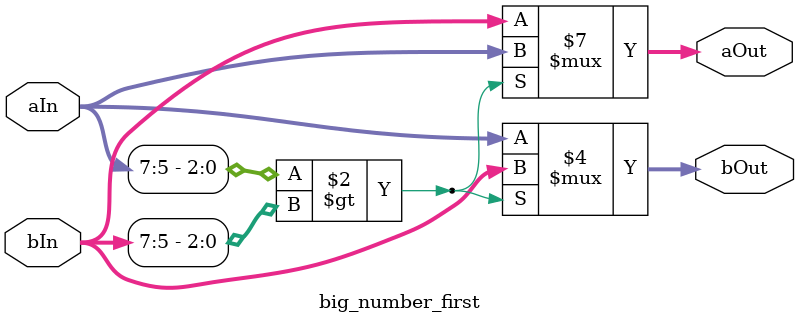
<source format=v>
`timescale 1ns / 1ps
module big_number_first(
	input [7:0] aIn,
	input [7:0] bIn,
	output reg [7:0] aOut,
	output reg [7:0] bOut
    );

	always @* begin
		if(aIn[7:5] > bIn[7:5])
			begin
				aOut = aIn;
				bOut = bIn;
			end
		else
			begin
				aOut = bIn;
				bOut = aIn;
			end
	end
endmodule

</source>
